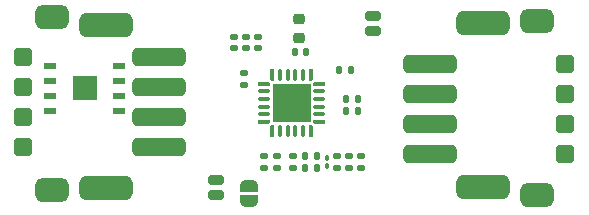
<source format=gbr>
%TF.GenerationSoftware,KiCad,Pcbnew,8.0.6*%
%TF.CreationDate,2024-11-25T22:11:24+01:00*%
%TF.ProjectId,nard_sam,6e617264-5f73-4616-9d2e-6b696361645f,rev?*%
%TF.SameCoordinates,Original*%
%TF.FileFunction,Soldermask,Top*%
%TF.FilePolarity,Negative*%
%FSLAX46Y46*%
G04 Gerber Fmt 4.6, Leading zero omitted, Abs format (unit mm)*
G04 Created by KiCad (PCBNEW 8.0.6) date 2024-11-25 22:11:24*
%MOMM*%
%LPD*%
G01*
G04 APERTURE LIST*
G04 Aperture macros list*
%AMRoundRect*
0 Rectangle with rounded corners*
0 $1 Rounding radius*
0 $2 $3 $4 $5 $6 $7 $8 $9 X,Y pos of 4 corners*
0 Add a 4 corners polygon primitive as box body*
4,1,4,$2,$3,$4,$5,$6,$7,$8,$9,$2,$3,0*
0 Add four circle primitives for the rounded corners*
1,1,$1+$1,$2,$3*
1,1,$1+$1,$4,$5*
1,1,$1+$1,$6,$7*
1,1,$1+$1,$8,$9*
0 Add four rect primitives between the rounded corners*
20,1,$1+$1,$2,$3,$4,$5,0*
20,1,$1+$1,$4,$5,$6,$7,0*
20,1,$1+$1,$6,$7,$8,$9,0*
20,1,$1+$1,$8,$9,$2,$3,0*%
%AMFreePoly0*
4,1,19,0.379643,0.132453,0.384467,0.128033,0.490533,0.021967,0.512215,-0.024529,0.512500,-0.031066,0.512500,-0.075000,0.494953,-0.123209,0.450524,-0.148861,0.437500,-0.150000,-0.437500,-0.150000,-0.485709,-0.132453,-0.511361,-0.088024,-0.512500,-0.075000,-0.512500,0.075000,-0.494953,0.123209,-0.450524,0.148861,-0.437500,0.150000,0.331434,0.150000,0.379643,0.132453,0.379643,0.132453,
$1*%
%AMFreePoly1*
4,1,19,0.485709,0.132453,0.511361,0.088024,0.512500,0.075000,0.512500,0.031066,0.494953,-0.017143,0.490533,-0.021967,0.384467,-0.128033,0.337971,-0.149715,0.331434,-0.150000,-0.437500,-0.150000,-0.485709,-0.132453,-0.511361,-0.088024,-0.512500,-0.075000,-0.512500,0.075000,-0.494953,0.123209,-0.450524,0.148861,-0.437500,0.150000,0.437500,0.150000,0.485709,0.132453,0.485709,0.132453,
$1*%
%AMFreePoly2*
4,1,19,0.123209,0.494953,0.148861,0.450524,0.150000,0.437500,0.150000,-0.437500,0.132453,-0.485709,0.088024,-0.511361,0.075000,-0.512500,-0.075000,-0.512500,-0.123209,-0.494953,-0.148861,-0.450524,-0.150000,-0.437500,-0.150000,0.331434,-0.132453,0.379643,-0.128033,0.384467,-0.021967,0.490533,0.024529,0.512215,0.031066,0.512500,0.075000,0.512500,0.123209,0.494953,0.123209,0.494953,
$1*%
%AMFreePoly3*
4,1,19,0.017143,0.494953,0.021967,0.490533,0.128033,0.384467,0.149715,0.337971,0.150000,0.331434,0.150000,-0.437500,0.132453,-0.485709,0.088024,-0.511361,0.075000,-0.512500,-0.075000,-0.512500,-0.123209,-0.494953,-0.148861,-0.450524,-0.150000,-0.437500,-0.150000,0.437500,-0.132453,0.485709,-0.088024,0.511361,-0.075000,0.512500,-0.031066,0.512500,0.017143,0.494953,0.017143,0.494953,
$1*%
%AMFreePoly4*
4,1,19,0.485709,0.132453,0.511361,0.088024,0.512500,0.075000,0.512500,-0.075000,0.494953,-0.123209,0.450524,-0.148861,0.437500,-0.150000,-0.331434,-0.150000,-0.379643,-0.132453,-0.384467,-0.128033,-0.490533,-0.021967,-0.512215,0.024529,-0.512500,0.031066,-0.512500,0.075000,-0.494953,0.123209,-0.450524,0.148861,-0.437500,0.150000,0.437500,0.150000,0.485709,0.132453,0.485709,0.132453,
$1*%
%AMFreePoly5*
4,1,19,0.485709,0.132453,0.511361,0.088024,0.512500,0.075000,0.512500,-0.075000,0.494953,-0.123209,0.450524,-0.148861,0.437500,-0.150000,-0.437500,-0.150000,-0.485709,-0.132453,-0.511361,-0.088024,-0.512500,-0.075000,-0.512500,-0.031066,-0.494953,0.017143,-0.490533,0.021967,-0.384467,0.128033,-0.337971,0.149715,-0.331434,0.150000,0.437500,0.150000,0.485709,0.132453,0.485709,0.132453,
$1*%
%AMFreePoly6*
4,1,19,0.123209,0.494953,0.148861,0.450524,0.150000,0.437500,0.150000,-0.331434,0.132453,-0.379643,0.128033,-0.384467,0.021967,-0.490533,-0.024529,-0.512215,-0.031066,-0.512500,-0.075000,-0.512500,-0.123209,-0.494953,-0.148861,-0.450524,-0.150000,-0.437500,-0.150000,0.437500,-0.132453,0.485709,-0.088024,0.511361,-0.075000,0.512500,0.075000,0.512500,0.123209,0.494953,0.123209,0.494953,
$1*%
%AMFreePoly7*
4,1,19,0.123209,0.494953,0.148861,0.450524,0.150000,0.437500,0.150000,-0.437500,0.132453,-0.485709,0.088024,-0.511361,0.075000,-0.512500,0.031066,-0.512500,-0.017143,-0.494953,-0.021967,-0.490533,-0.128033,-0.384467,-0.149715,-0.337971,-0.150000,-0.331434,-0.150000,0.437500,-0.132453,0.485709,-0.088024,0.511361,-0.075000,0.512500,0.075000,0.512500,0.123209,0.494953,0.123209,0.494953,
$1*%
%AMFreePoly8*
4,1,19,0.500000,-0.750000,0.000000,-0.750000,0.000000,-0.744911,-0.071157,-0.744911,-0.207708,-0.704816,-0.327430,-0.627875,-0.420627,-0.520320,-0.479746,-0.390866,-0.500000,-0.250000,-0.500000,0.250000,-0.479746,0.390866,-0.420627,0.520320,-0.327430,0.627875,-0.207708,0.704816,-0.071157,0.744911,0.000000,0.744911,0.000000,0.750000,0.500000,0.750000,0.500000,-0.750000,0.500000,-0.750000,
$1*%
%AMFreePoly9*
4,1,19,0.000000,0.744911,0.071157,0.744911,0.207708,0.704816,0.327430,0.627875,0.420627,0.520320,0.479746,0.390866,0.500000,0.250000,0.500000,-0.250000,0.479746,-0.390866,0.420627,-0.520320,0.327430,-0.627875,0.207708,-0.704816,0.071157,-0.744911,0.000000,-0.744911,0.000000,-0.750000,-0.500000,-0.750000,-0.500000,0.750000,0.000000,0.750000,0.000000,0.744911,0.000000,0.744911,
$1*%
G04 Aperture macros list end*
%ADD10RoundRect,0.140000X-0.140000X-0.170000X0.140000X-0.170000X0.140000X0.170000X-0.140000X0.170000X0*%
%ADD11RoundRect,0.140000X0.170000X-0.140000X0.170000X0.140000X-0.170000X0.140000X-0.170000X-0.140000X0*%
%ADD12FreePoly0,270.000000*%
%ADD13RoundRect,0.075000X-0.075000X0.437500X-0.075000X-0.437500X0.075000X-0.437500X0.075000X0.437500X0*%
%ADD14FreePoly1,270.000000*%
%ADD15FreePoly2,270.000000*%
%ADD16RoundRect,0.075000X-0.437500X0.075000X-0.437500X-0.075000X0.437500X-0.075000X0.437500X0.075000X0*%
%ADD17FreePoly3,270.000000*%
%ADD18FreePoly4,270.000000*%
%ADD19FreePoly5,270.000000*%
%ADD20FreePoly6,270.000000*%
%ADD21FreePoly7,270.000000*%
%ADD22R,3.200000X3.200000*%
%ADD23RoundRect,0.100000X-0.100000X0.130000X-0.100000X-0.130000X0.100000X-0.130000X0.100000X0.130000X0*%
%ADD24RoundRect,0.218750X-0.256250X0.218750X-0.256250X-0.218750X0.256250X-0.218750X0.256250X0.218750X0*%
%ADD25RoundRect,0.140000X-0.170000X0.140000X-0.170000X-0.140000X0.170000X-0.140000X0.170000X0.140000X0*%
%ADD26RoundRect,0.400000X-1.850000X-0.400000X1.850000X-0.400000X1.850000X0.400000X-1.850000X0.400000X0*%
%ADD27RoundRect,0.400000X-0.400000X-0.400000X0.400000X-0.400000X0.400000X0.400000X-0.400000X0.400000X0*%
%ADD28RoundRect,0.200000X-0.450000X-0.200000X0.450000X-0.200000X0.450000X0.200000X-0.450000X0.200000X0*%
%ADD29RoundRect,0.500000X-0.900000X-0.500000X0.900000X-0.500000X0.900000X0.500000X-0.900000X0.500000X0*%
%ADD30RoundRect,0.500000X-1.750000X-0.500000X1.750000X-0.500000X1.750000X0.500000X-1.750000X0.500000X0*%
%ADD31RoundRect,0.135000X0.185000X-0.135000X0.185000X0.135000X-0.185000X0.135000X-0.185000X-0.135000X0*%
%ADD32RoundRect,0.135000X0.135000X0.185000X-0.135000X0.185000X-0.135000X-0.185000X0.135000X-0.185000X0*%
%ADD33RoundRect,0.400000X1.850000X0.400000X-1.850000X0.400000X-1.850000X-0.400000X1.850000X-0.400000X0*%
%ADD34RoundRect,0.400000X0.400000X0.400000X-0.400000X0.400000X-0.400000X-0.400000X0.400000X-0.400000X0*%
%ADD35RoundRect,0.200000X0.450000X0.200000X-0.450000X0.200000X-0.450000X-0.200000X0.450000X-0.200000X0*%
%ADD36RoundRect,0.500000X0.900000X0.500000X-0.900000X0.500000X-0.900000X-0.500000X0.900000X-0.500000X0*%
%ADD37RoundRect,0.500000X1.750000X0.500000X-1.750000X0.500000X-1.750000X-0.500000X1.750000X-0.500000X0*%
%ADD38R,1.100000X0.500000*%
%ADD39R,2.000000X2.000000*%
%ADD40RoundRect,0.135000X-0.185000X0.135000X-0.185000X-0.135000X0.185000X-0.135000X0.185000X0.135000X0*%
%ADD41RoundRect,0.135000X-0.135000X-0.185000X0.135000X-0.185000X0.135000X0.185000X-0.135000X0.185000X0*%
%ADD42FreePoly8,90.000000*%
%ADD43FreePoly9,90.000000*%
G04 APERTURE END LIST*
D10*
%TO.C,C1*%
X103406000Y-65565000D03*
X104366000Y-65565000D03*
%TD*%
D11*
%TO.C,C4*%
X99250000Y-65227000D03*
X99250000Y-64267000D03*
%TD*%
D12*
%TO.C,U1*%
X104749000Y-67484500D03*
D13*
X104099000Y-67484500D03*
X103449000Y-67484500D03*
X102799000Y-67484500D03*
X102149000Y-67484500D03*
D14*
X101499000Y-67484500D03*
D15*
X100761500Y-68222000D03*
D16*
X100761500Y-68872000D03*
X100761500Y-69522000D03*
X100761500Y-70172000D03*
X100761500Y-70822000D03*
D17*
X100761500Y-71472000D03*
D18*
X101499000Y-72209500D03*
D13*
X102149000Y-72209500D03*
X102799000Y-72209500D03*
X103449000Y-72209500D03*
X104099000Y-72209500D03*
D19*
X104749000Y-72209500D03*
D20*
X105486500Y-71472000D03*
D16*
X105486500Y-70822000D03*
X105486500Y-70172000D03*
X105486500Y-69522000D03*
X105486500Y-68872000D03*
D21*
X105486500Y-68222000D03*
D22*
X103124000Y-69847000D03*
%TD*%
D23*
%TO.C,D1*%
X106121200Y-74531000D03*
X106121200Y-75171000D03*
%TD*%
D24*
%TO.C,L1*%
X103759000Y-62745500D03*
X103759000Y-64320500D03*
%TD*%
D25*
%TO.C,C8*%
X107000000Y-74371000D03*
X107000000Y-75331000D03*
%TD*%
D10*
%TO.C,C2*%
X107749400Y-70497000D03*
X108709400Y-70497000D03*
%TD*%
D26*
%TO.C,J1*%
X91928000Y-65993000D03*
X91928000Y-68533000D03*
X91928000Y-71073000D03*
X91928000Y-73613000D03*
D27*
X80425000Y-65997000D03*
X80425000Y-68537000D03*
X80425000Y-71077000D03*
X80425000Y-73617000D03*
D28*
X96754000Y-76407000D03*
X96754000Y-77677000D03*
D29*
X82825000Y-62547000D03*
X82825000Y-77247000D03*
D30*
X87404000Y-63217000D03*
X87404000Y-77067000D03*
%TD*%
D25*
%TO.C,C3*%
X103250000Y-74371000D03*
X103250000Y-75331000D03*
%TD*%
D31*
%TO.C,R2*%
X101850000Y-75361000D03*
X101850000Y-74341000D03*
%TD*%
D11*
%TO.C,C6*%
X98250000Y-65227000D03*
X98250000Y-64267000D03*
%TD*%
D32*
%TO.C,R6*%
X105260000Y-74351000D03*
X104240000Y-74351000D03*
%TD*%
D33*
%TO.C,J2*%
X114808000Y-74186000D03*
X114808000Y-71646000D03*
X114808000Y-69106000D03*
X114808000Y-66566000D03*
D34*
X126311000Y-74182000D03*
X126311000Y-71642000D03*
X126311000Y-69102000D03*
X126311000Y-66562000D03*
D35*
X109982000Y-63772000D03*
X109982000Y-62502000D03*
D36*
X123911000Y-77632000D03*
X123911000Y-62932000D03*
D37*
X119332000Y-76962000D03*
X119332000Y-63112000D03*
%TD*%
D38*
%TO.C,U3*%
X82700000Y-66690000D03*
X82700000Y-67960000D03*
X82700000Y-69230000D03*
X82700000Y-70500000D03*
X88500000Y-70500000D03*
X88500000Y-69230000D03*
X88500000Y-67960000D03*
X88500000Y-66690000D03*
D39*
X85600000Y-68595000D03*
%TD*%
D32*
%TO.C,R7*%
X105260000Y-75351000D03*
X104240000Y-75351000D03*
%TD*%
D11*
%TO.C,C9*%
X100250000Y-65227000D03*
X100250000Y-64267000D03*
%TD*%
D25*
%TO.C,C5*%
X108000000Y-74371000D03*
X108000000Y-75331000D03*
%TD*%
%TO.C,C7*%
X109000000Y-74371000D03*
X109000000Y-75331000D03*
%TD*%
D40*
%TO.C,R4*%
X99060000Y-67308000D03*
X99060000Y-68328000D03*
%TD*%
D32*
%TO.C,R3*%
X108770000Y-69497000D03*
X107750000Y-69497000D03*
%TD*%
D41*
%TO.C,R5*%
X107165000Y-67050000D03*
X108185000Y-67050000D03*
%TD*%
D31*
%TO.C,R1*%
X100750000Y-75361000D03*
X100750000Y-74341000D03*
%TD*%
D42*
%TO.C,JP1*%
X99500000Y-78150000D03*
D43*
X99500000Y-76850000D03*
%TD*%
M02*

</source>
